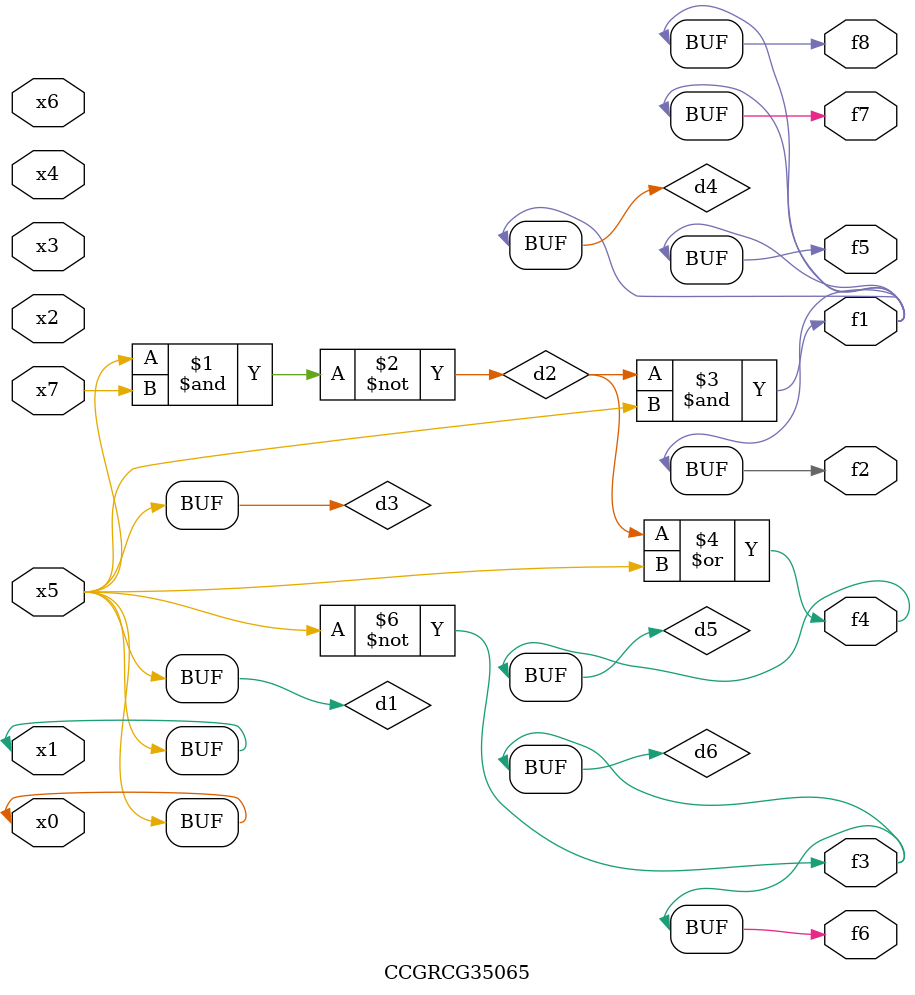
<source format=v>
module CCGRCG35065(
	input x0, x1, x2, x3, x4, x5, x6, x7,
	output f1, f2, f3, f4, f5, f6, f7, f8
);

	wire d1, d2, d3, d4, d5, d6;

	buf (d1, x0, x5);
	nand (d2, x5, x7);
	buf (d3, x0, x1);
	and (d4, d2, d3);
	or (d5, d2, d3);
	nor (d6, d1, d3);
	assign f1 = d4;
	assign f2 = d4;
	assign f3 = d6;
	assign f4 = d5;
	assign f5 = d4;
	assign f6 = d6;
	assign f7 = d4;
	assign f8 = d4;
endmodule

</source>
